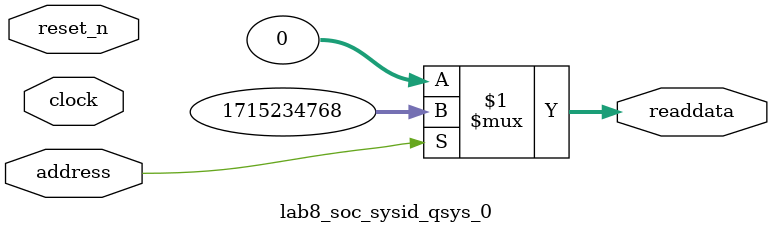
<source format=v>



// synthesis translate_off
`timescale 1ns / 1ps
// synthesis translate_on

// turn off superfluous verilog processor warnings 
// altera message_level Level1 
// altera message_off 10034 10035 10036 10037 10230 10240 10030 

module lab8_soc_sysid_qsys_0 (
               // inputs:
                address,
                clock,
                reset_n,

               // outputs:
                readdata
             )
;

  output  [ 31: 0] readdata;
  input            address;
  input            clock;
  input            reset_n;

  wire    [ 31: 0] readdata;
  //control_slave, which is an e_avalon_slave
  assign readdata = address ? 1715234768 : 0;

endmodule



</source>
